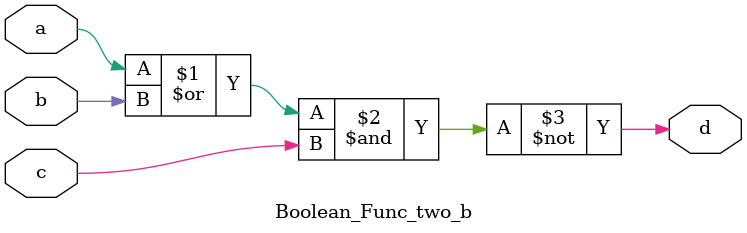
<source format=v>
`timescale 1ns / 1ps

module Boolean_Func_two_b(
    input a, b, c,
    output d
    );
    
    assign d = ~((a | b) & c);
    
endmodule

</source>
